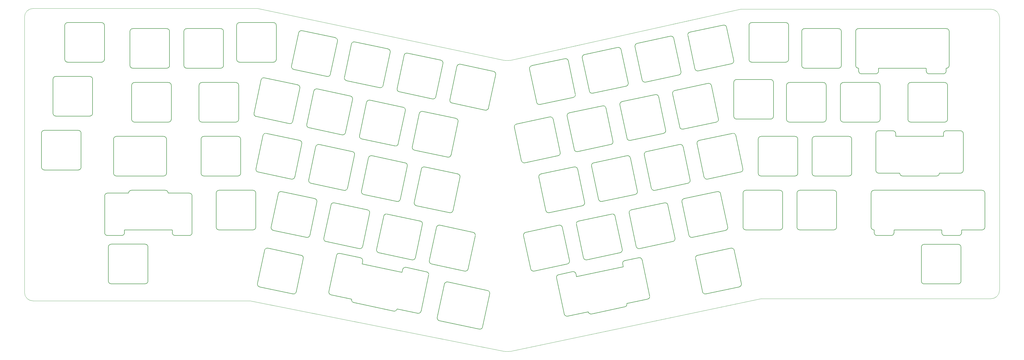
<source format=gbr>
%TF.GenerationSoftware,KiCad,Pcbnew,(5.1.9)-1*%
%TF.CreationDate,2021-04-17T11:21:21+02:00*%
%TF.ProjectId,switchplate,73776974-6368-4706-9c61-74652e6b6963,rev?*%
%TF.SameCoordinates,Original*%
%TF.FileFunction,Profile,NP*%
%FSLAX46Y46*%
G04 Gerber Fmt 4.6, Leading zero omitted, Abs format (unit mm)*
G04 Created by KiCad (PCBNEW (5.1.9)-1) date 2021-04-17 11:21:21*
%MOMM*%
%LPD*%
G01*
G04 APERTURE LIST*
%TA.AperFunction,Profile*%
%ADD10C,0.200000*%
%TD*%
%TA.AperFunction,Profile*%
%ADD11C,0.050000*%
%TD*%
G04 APERTURE END LIST*
D10*
X148922968Y-176389375D02*
X156192989Y-177937372D01*
X152050946Y-161726341D02*
X159303885Y-163273900D01*
X175405199Y-166690442D02*
X182658137Y-168238000D01*
X183428372Y-169424059D02*
X180725521Y-182139978D01*
X160074121Y-164459960D02*
G75*
G03*
X159303885Y-163273900I-978148J207912D01*
G01*
X183428372Y-169424059D02*
G75*
G03*
X182658137Y-168238000I-978147J207912D01*
G01*
X179539461Y-182910214D02*
X172264000Y-181363767D01*
X171077940Y-182134003D02*
X156963256Y-179123286D01*
X160074121Y-164459960D02*
X159893000Y-165455600D01*
X171077940Y-182134003D02*
G75*
G03*
X172264000Y-181363767I207912J978148D01*
G01*
X179539461Y-182910214D02*
G75*
G03*
X180725521Y-182139978I207912J978148D01*
G01*
X188949400Y-172634632D02*
X186454460Y-184372403D01*
X204954867Y-176027996D02*
X202459927Y-187765767D01*
X187224696Y-185558463D02*
X201273867Y-188536003D01*
X190135460Y-171864396D02*
X204184631Y-174841936D01*
X188949400Y-172634632D02*
G75*
G02*
X190135460Y-171864396I978148J-207912D01*
G01*
X202459927Y-187765767D02*
G75*
G02*
X201273867Y-188536003I-978148J207912D01*
G01*
X204184631Y-174841936D02*
G75*
G02*
X204954867Y-176027996I-207912J-978148D01*
G01*
X187224696Y-185558463D02*
G75*
G02*
X186454460Y-184372403I207912J978148D01*
G01*
X174015400Y-168452800D02*
X159893000Y-165455600D01*
X152050946Y-161726341D02*
G75*
G03*
X150864887Y-162496578I-207911J-978148D01*
G01*
X175405199Y-166690442D02*
G75*
G03*
X174219140Y-167460677I-207912J-978147D01*
G01*
X75970964Y-154445500D02*
X75971400Y-153441400D01*
X251939279Y-165475960D02*
X252120400Y-166471600D01*
X291143467Y-93549003D02*
G75*
G02*
X290373231Y-94735063I-978148J-207912D01*
G01*
X192009662Y-146601919D02*
G75*
G02*
X190823603Y-147372156I-978148J207911D01*
G01*
X272854460Y-143591996D02*
G75*
G02*
X273624696Y-142405936I978148J207912D01*
G01*
X180450655Y-150327372D02*
G75*
G02*
X181220890Y-151513431I-207912J-978147D01*
G01*
X204589662Y-110321919D02*
G75*
G02*
X203403603Y-111092156I-978148J207911D01*
G01*
X173375950Y-142641203D02*
G75*
G02*
X172189891Y-143411438I-978147J207912D01*
G01*
X178385831Y-125247215D02*
G75*
G02*
X177615596Y-124061156I207912J978147D01*
G01*
X276535460Y-156100003D02*
G75*
G02*
X275349400Y-155329767I-207912J978148D01*
G01*
X289043467Y-152419003D02*
G75*
G02*
X288273231Y-153605063I-978148J-207912D01*
G01*
X281345460Y-176090003D02*
G75*
G02*
X280159400Y-175319767I-207912J978148D01*
G01*
X269594460Y-105331996D02*
G75*
G02*
X270364696Y-104145936I978148J207912D01*
G01*
X277664460Y-163581996D02*
G75*
G02*
X278434696Y-162395936I978148J207912D01*
G01*
X180110535Y-112323385D02*
G75*
G02*
X181296595Y-111553149I978148J-207912D01*
G01*
X273275460Y-117840003D02*
G75*
G02*
X272089400Y-117069767I-207912J978148D01*
G01*
X287462467Y-81040997D02*
G75*
G02*
X288648527Y-81811233I207912J-978148D01*
G01*
X294403467Y-131809003D02*
G75*
G02*
X293633231Y-132995063I-978148J-207912D01*
G01*
X240935460Y-183150003D02*
G75*
G02*
X239749400Y-182379767I-207912J978148D01*
G01*
X179085831Y-144877215D02*
G75*
G02*
X178315596Y-143691156I207912J978147D01*
G01*
X197359662Y-167211919D02*
G75*
G02*
X196173603Y-167982156I-978148J207911D01*
G01*
X274954460Y-84721997D02*
G75*
G02*
X275724696Y-83535937I978148J207912D01*
G01*
X278635460Y-97230003D02*
G75*
G02*
X277449400Y-96459767I-207912J978148D01*
G01*
X174756825Y-91712668D02*
G75*
G02*
X175942883Y-90942432I978147J-207911D01*
G01*
X187680655Y-93437372D02*
G75*
G02*
X188450890Y-94623431I-207912J-978147D01*
G01*
X185955950Y-106361203D02*
G75*
G02*
X184769891Y-107131438I-978147J207912D01*
G01*
X173032120Y-104636497D02*
G75*
G02*
X172261884Y-103450439I207911J978147D01*
G01*
X278214460Y-122981996D02*
G75*
G02*
X278984696Y-121795936I978148J207912D01*
G01*
X161476825Y-108362668D02*
G75*
G02*
X162662883Y-107592432I978147J-207911D01*
G01*
X174400655Y-110087372D02*
G75*
G02*
X175170890Y-111273431I-207912J-978147D01*
G01*
X180810535Y-131953385D02*
G75*
G02*
X181996595Y-131183149I978148J-207912D01*
G01*
X290172467Y-159900996D02*
G75*
G02*
X291358527Y-160671232I207912J-978148D01*
G01*
X191309662Y-126971919D02*
G75*
G02*
X190123603Y-127742156I-978148J207911D01*
G01*
X191665831Y-108597215D02*
G75*
G02*
X190895596Y-107411156I207912J978147D01*
G01*
X172675950Y-123011203D02*
G75*
G02*
X171489891Y-123781438I-978147J207912D01*
G01*
X159752120Y-121286497D02*
G75*
G02*
X158981884Y-120100439I207911J978147D01*
G01*
X175100655Y-129717372D02*
G75*
G02*
X175870890Y-130903431I-207912J-978147D01*
G01*
X167526825Y-148602668D02*
G75*
G02*
X168712883Y-147832432I978147J-207911D01*
G01*
X193390535Y-95673385D02*
G75*
G02*
X194576595Y-94903149I978148J-207912D01*
G01*
X290722467Y-119300996D02*
G75*
G02*
X291908527Y-120071232I207912J-978148D01*
G01*
X193034367Y-114048090D02*
G75*
G02*
X193804602Y-115234149I-207912J-978147D01*
G01*
X199084367Y-154288090D02*
G75*
G02*
X199854602Y-155474149I-207912J-978147D01*
G01*
X285783467Y-114159003D02*
G75*
G02*
X285013231Y-115345063I-978148J-207912D01*
G01*
X206314367Y-97398090D02*
G75*
G02*
X207084602Y-98584149I-207912J-978147D01*
G01*
X193734367Y-133678090D02*
G75*
G02*
X194504602Y-134864149I-207912J-978147D01*
G01*
X293853467Y-172409003D02*
G75*
G02*
X293083231Y-173595063I-978148J-207912D01*
G01*
X184435831Y-165487215D02*
G75*
G02*
X183665596Y-164301156I207912J978147D01*
G01*
X253443467Y-179469003D02*
G75*
G02*
X252673231Y-180655063I-978148J-207912D01*
G01*
X178725950Y-163251203D02*
G75*
G02*
X177539891Y-164021438I-978147J207912D01*
G01*
X281895460Y-135490003D02*
G75*
G02*
X280709400Y-134719767I-207912J978148D01*
G01*
X160452120Y-140916497D02*
G75*
G02*
X159681884Y-139730439I207911J978147D01*
G01*
X186160535Y-152563385D02*
G75*
G02*
X187346595Y-151793149I978148J-207912D01*
G01*
X256320748Y-88682714D02*
G75*
G02*
X257090984Y-87496654I978148J207912D01*
G01*
X282102467Y-101650996D02*
G75*
G02*
X283288527Y-102421232I207912J-978148D01*
G01*
X162176825Y-127992668D02*
G75*
G02*
X163362883Y-127222432I978147J-207911D01*
G01*
X285362467Y-139910996D02*
G75*
G02*
X286548527Y-140681232I207912J-978148D01*
G01*
X165802120Y-161526497D02*
G75*
G02*
X165031884Y-160340439I207911J978147D01*
G01*
X248516044Y-122080439D02*
G75*
G02*
X247745807Y-123266498I-978148J-207911D01*
G01*
X235242332Y-105431156D02*
G75*
G02*
X234472096Y-106617216I-978148J-207912D01*
G01*
X216953325Y-155474148D02*
G75*
G02*
X217723561Y-154288090I978147J207911D01*
G01*
X236008035Y-125761438D02*
G75*
G02*
X234821977Y-124991202I-207911J978147D01*
G01*
X229882332Y-126041156D02*
G75*
G02*
X229112096Y-127227216I-978148J-207912D01*
G01*
X253876044Y-101470439D02*
G75*
G02*
X253105807Y-102656498I-978148J-207911D01*
G01*
X232327037Y-113253431D02*
G75*
G02*
X233097272Y-112067372I978147J207912D01*
G01*
X222734325Y-109112156D02*
G75*
G02*
X221548265Y-108341920I-207912J978148D01*
G01*
X229461332Y-151793150D02*
G75*
G02*
X230647391Y-152563385I207912J-978147D01*
G01*
X235587037Y-151513431D02*
G75*
G02*
X236357272Y-150327372I978147J207912D01*
G01*
X219053325Y-96604148D02*
G75*
G02*
X219823561Y-95418090I978147J207911D01*
G01*
X217374325Y-129722156D02*
G75*
G02*
X216188265Y-128951920I-207912J978148D01*
G01*
X263261748Y-139450720D02*
G75*
G02*
X262075689Y-138680485I-207912J978147D01*
G01*
X237687037Y-92643431D02*
G75*
G02*
X238457272Y-91457372I978147J207912D01*
G01*
X244835043Y-109572431D02*
G75*
G02*
X246021103Y-110342667I207912J-978148D01*
G01*
X240947037Y-130903431D02*
G75*
G02*
X241717272Y-129717372I978147J207912D01*
G01*
X244628035Y-143411438D02*
G75*
G02*
X243441977Y-142641202I-207911J978147D01*
G01*
X238502332Y-143691156D02*
G75*
G02*
X237732096Y-144877216I-978148J-207912D01*
G01*
X253455043Y-127222431D02*
G75*
G02*
X254641103Y-127992667I207912J-978148D01*
G01*
X248095043Y-147832431D02*
G75*
G02*
X249281103Y-148602667I207912J-978148D01*
G01*
X222313325Y-134864148D02*
G75*
G02*
X223083561Y-133678090I978147J207911D01*
G01*
X220634325Y-167982156D02*
G75*
G02*
X219448265Y-167211920I-207912J978148D01*
G01*
X234821332Y-131183150D02*
G75*
G02*
X236007391Y-131953385I207912J-978147D01*
G01*
X270409754Y-156379721D02*
G75*
G02*
X269639519Y-157565780I-978147J-207912D01*
G01*
X257136044Y-139730439D02*
G75*
G02*
X256365807Y-140916498I-978148J-207911D01*
G01*
X257901748Y-160060720D02*
G75*
G02*
X256715689Y-159290485I-207912J978147D01*
G01*
X268828756Y-85001714D02*
G75*
G02*
X270014815Y-85771951I207911J-978148D01*
G01*
X272509754Y-97509721D02*
G75*
G02*
X271739519Y-98695780I-978147J-207912D01*
G01*
X260001748Y-101190720D02*
G75*
G02*
X258815689Y-100420485I-207912J978147D01*
G01*
X250960748Y-109292714D02*
G75*
G02*
X251730984Y-108106654I978148J207912D01*
G01*
X263468756Y-105611713D02*
G75*
G02*
X264654815Y-106381950I207911J-978148D01*
G01*
X267149754Y-118119721D02*
G75*
G02*
X266379519Y-119305780I-978147J-207912D01*
G01*
X231561332Y-92923150D02*
G75*
G02*
X232747391Y-93693385I207912J-978147D01*
G01*
X251776044Y-160340439D02*
G75*
G02*
X251005807Y-161526498I-978148J-207911D01*
G01*
X213693325Y-117214148D02*
G75*
G02*
X214463561Y-116028090I978147J207911D01*
G01*
X254641748Y-121800720D02*
G75*
G02*
X253455689Y-121030485I-207912J978147D01*
G01*
X272088756Y-123261713D02*
G75*
G02*
X273274815Y-124031950I207911J-978148D01*
G01*
X241368035Y-105151438D02*
G75*
G02*
X240181977Y-104381202I-207911J978147D01*
G01*
X225994325Y-147372156D02*
G75*
G02*
X224808265Y-146601920I-207912J978148D01*
G01*
X259580748Y-126942714D02*
G75*
G02*
X260350984Y-125756654I978148J207912D01*
G01*
X254220748Y-147552714D02*
G75*
G02*
X254990984Y-146366654I978148J207912D01*
G01*
X275769754Y-135769721D02*
G75*
G02*
X274999519Y-136955780I-978147J-207912D01*
G01*
X266728756Y-143871713D02*
G75*
G02*
X267914815Y-144641950I207911J-978148D01*
G01*
X226201332Y-113533150D02*
G75*
G02*
X227387391Y-114303385I207912J-978147D01*
G01*
X239268035Y-164021438D02*
G75*
G02*
X238081977Y-163251202I-207911J978147D01*
G01*
X233142332Y-164301156D02*
G75*
G02*
X232372096Y-165487216I-978148J-207912D01*
G01*
X250195043Y-88962431D02*
G75*
G02*
X251381103Y-89732667I207912J-978148D01*
G01*
X91498963Y-101345500D02*
G75*
G02*
X92498963Y-102345500I0J-1000000D01*
G01*
X137133231Y-102165936D02*
G75*
G02*
X137903467Y-103351996I-207912J-978148D01*
G01*
X128534696Y-153605063D02*
G75*
G02*
X127764460Y-152419003I207912J978148D01*
G01*
X92498963Y-114345499D02*
G75*
G02*
X91498964Y-115345500I-1000000J-1D01*
G01*
X138373231Y-162395936D02*
G75*
G02*
X139143467Y-163581996I-207912J-978148D01*
G01*
X89811464Y-120395500D02*
G75*
G02*
X90811464Y-121395500I0J-1000000D01*
G01*
X73112465Y-134395500D02*
G75*
G02*
X72112463Y-133395500I-1J1000001D01*
G01*
X135408527Y-115089767D02*
G75*
G02*
X134222467Y-115860003I-978148J207912D01*
G01*
X124909400Y-120071232D02*
G75*
G02*
X126095460Y-119300996I978148J-207912D01*
G01*
X104008963Y-134395500D02*
G75*
G02*
X103008963Y-133395500I0J1000000D01*
G01*
X135764696Y-96715063D02*
G75*
G02*
X134994460Y-95529003I207912J978148D01*
G01*
X136648527Y-175319767D02*
G75*
G02*
X135462467Y-176090003I-978148J207912D01*
G01*
X115308962Y-101345499D02*
G75*
G02*
X116308964Y-102345499I1J-1000001D01*
G01*
X169046942Y-89476654D02*
G75*
G02*
X169817179Y-90662713I-207911J-978148D01*
G01*
X103308963Y-115345500D02*
G75*
G02*
X102308963Y-114345500I0J1000000D01*
G01*
X78498963Y-102345499D02*
G75*
G02*
X79498963Y-101345499I1000000J0D01*
G01*
X79498963Y-115345500D02*
G75*
G02*
X78498963Y-114345500I0J1000000D01*
G01*
X154398408Y-100675781D02*
G75*
G02*
X153628172Y-99489721I207912J978148D01*
G01*
X141818408Y-136955781D02*
G75*
G02*
X141048172Y-135769721I207912J978148D01*
G01*
X156123114Y-87751949D02*
G75*
G02*
X157309172Y-86981715I978146J-207912D01*
G01*
X167322239Y-102400485D02*
G75*
G02*
X166136179Y-103170721I-978148J207912D01*
G01*
X147168408Y-157565781D02*
G75*
G02*
X146398172Y-156379721I207912J978148D01*
G01*
X117008963Y-133395499D02*
G75*
G02*
X116008964Y-134395500I-1000000J-1D01*
G01*
X143183231Y-142405936D02*
G75*
G02*
X143953467Y-143591996I-207912J-978148D01*
G01*
X123184696Y-132995063D02*
G75*
G02*
X122414460Y-131809003I207912J978148D01*
G01*
X156466942Y-125756654D02*
G75*
G02*
X157237179Y-126942713I-207911J-978148D01*
G01*
X154042239Y-119050485D02*
G75*
G02*
X152856179Y-119820721I-978148J207912D01*
G01*
X103008963Y-121395500D02*
G75*
G02*
X104008963Y-120395500I1000000J0D01*
G01*
X137489400Y-83791233D02*
G75*
G02*
X138675460Y-83020997I978148J-207912D01*
G01*
X123724696Y-173595063D02*
G75*
G02*
X122954460Y-172409003I207912J978148D01*
G01*
X136108527Y-134719767D02*
G75*
G02*
X134922467Y-135490003I-978148J207912D01*
G01*
X130259400Y-140681232D02*
G75*
G02*
X131445460Y-139910996I978148J-207912D01*
G01*
X148893113Y-144641949D02*
G75*
G02*
X150079172Y-143871714I978147J-207912D01*
G01*
X160092239Y-159290485D02*
G75*
G02*
X158906179Y-160060721I-978148J207912D01*
G01*
X116588964Y-94155500D02*
G75*
G02*
X115588964Y-93155500I0J1000000D01*
G01*
X116008963Y-120395500D02*
G75*
G02*
X117008964Y-121395499I1J-1000000D01*
G01*
X116308963Y-114345499D02*
G75*
G02*
X115308964Y-115345500I-1000000J-1D01*
G01*
X143543113Y-124031949D02*
G75*
G02*
X144729172Y-123261714I978147J-207912D01*
G01*
X77898963Y-83295500D02*
G75*
G02*
X78898963Y-82295500I1000000J0D01*
G01*
X97948963Y-96295500D02*
G75*
G02*
X96948963Y-95295500I0J1000000D01*
G01*
X90898964Y-82295500D02*
G75*
G02*
X91898964Y-83295500I0J-1000000D01*
G01*
X91898964Y-95295500D02*
G75*
G02*
X90898964Y-96295500I-1000000J0D01*
G01*
X102308962Y-102345500D02*
G75*
G02*
X103308963Y-101345499I1000001J0D01*
G01*
X110948964Y-95295500D02*
G75*
G02*
X109948964Y-96295500I-1000000J0D01*
G01*
X154742239Y-138680485D02*
G75*
G02*
X153556179Y-139450721I-978148J207912D01*
G01*
X124209400Y-100441232D02*
G75*
G02*
X125395460Y-99670996I978148J-207912D01*
G01*
X150413231Y-85515937D02*
G75*
G02*
X151183467Y-86701997I-207912J-978148D01*
G01*
X141118408Y-117325781D02*
G75*
G02*
X140348172Y-116139721I207912J978148D01*
G01*
X122484696Y-113365063D02*
G75*
G02*
X121714460Y-112179003I207912J978148D01*
G01*
X78898963Y-96295500D02*
G75*
G02*
X77898963Y-95295500I0J1000000D01*
G01*
X96948963Y-83295500D02*
G75*
G02*
X97948963Y-82295500I1000000J0D01*
G01*
X90811465Y-133395499D02*
G75*
G02*
X89811464Y-134395500I-1000001J0D01*
G01*
X141458527Y-155329767D02*
G75*
G02*
X140272467Y-156100003I-978148J207912D01*
G01*
X142843113Y-104401949D02*
G75*
G02*
X144029172Y-103631714I978147J-207912D01*
G01*
X161816942Y-146366654D02*
G75*
G02*
X162587179Y-147552713I-207911J-978148D01*
G01*
X115588964Y-81155500D02*
G75*
G02*
X116588964Y-80155500I1000000J0D01*
G01*
X109948964Y-82295500D02*
G75*
G02*
X110948964Y-83295500I0J-1000000D01*
G01*
X128588963Y-80155501D02*
G75*
G02*
X129588964Y-81155500I1J-1000000D01*
G01*
X155766942Y-106126654D02*
G75*
G02*
X156537179Y-107312713I-207911J-978148D01*
G01*
X129588964Y-93155500D02*
G75*
G02*
X128588964Y-94155500I-1000000J0D01*
G01*
X125449400Y-160671232D02*
G75*
G02*
X126635460Y-159900996I978148J-207912D01*
G01*
X148688527Y-98439767D02*
G75*
G02*
X147502467Y-99210003I-978148J207912D01*
G01*
X137833231Y-121795936D02*
G75*
G02*
X138603467Y-122981996I-207912J-978148D01*
G01*
X72112464Y-121395500D02*
G75*
G02*
X73112464Y-120395500I1000000J0D01*
G01*
X257600254Y-163250341D02*
G75*
G02*
X258786313Y-164020578I207911J-978148D01*
G01*
X336315964Y-98295500D02*
G75*
G02*
X335315964Y-97295500I0J1000000D01*
G01*
X232473939Y-183926214D02*
G75*
G02*
X231287879Y-183155978I-207912J978148D01*
G01*
X156963256Y-179123287D02*
G75*
G02*
X156192989Y-177937372I207911J978148D01*
G01*
X372246963Y-132395499D02*
G75*
G02*
X371246963Y-133395499I-1000000J0D01*
G01*
X360191964Y-98295500D02*
G75*
G02*
X359191964Y-97295500I0J1000000D01*
G01*
X251939279Y-165475960D02*
G75*
G02*
X252709515Y-164289900I978148J207912D01*
G01*
X335228965Y-96295500D02*
G75*
G02*
X334228963Y-95295500I-1J1000001D01*
G01*
X367278964Y-95295500D02*
G75*
G02*
X366278964Y-96295500I-1000000J0D01*
G01*
X342370963Y-133395499D02*
G75*
G02*
X341370963Y-132395499I0J1000000D01*
G01*
X261489165Y-176736496D02*
G75*
G02*
X260718929Y-177922556I-978148J-207912D01*
G01*
X371246963Y-118395499D02*
G75*
G02*
X372246963Y-119395499I0J-1000000D01*
G01*
X234246001Y-168214442D02*
G75*
G02*
X235432060Y-168984677I207912J-978147D01*
G01*
X365246963Y-119395499D02*
G75*
G02*
X366246963Y-118395499I1000000J0D01*
G01*
X228585028Y-170440059D02*
G75*
G02*
X229355263Y-169254000I978147J207912D01*
G01*
X366278964Y-82295500D02*
G75*
G02*
X367278964Y-83295500I0J-1000000D01*
G01*
X347370963Y-118395499D02*
G75*
G02*
X348370963Y-119395499I0J-1000000D01*
G01*
X342315964Y-97295500D02*
G75*
G02*
X341315964Y-98295500I-1000000J0D01*
G01*
X366191964Y-97295500D02*
G75*
G02*
X365191964Y-98295500I-1000000J0D01*
G01*
X334228963Y-83295501D02*
G75*
G02*
X335228964Y-82295500I1000001J0D01*
G01*
X341370963Y-119395499D02*
G75*
G02*
X342370963Y-118395499I1000000J0D01*
G01*
X148922968Y-176389375D02*
G75*
G02*
X148152732Y-175203315I207912J978148D01*
G01*
X379887715Y-152445499D02*
G75*
G02*
X378887714Y-153445500I-1000001J0D01*
G01*
X365656964Y-155445500D02*
G75*
G02*
X364656964Y-154445500I0J1000000D01*
G01*
X59648963Y-118255499D02*
G75*
G02*
X60648964Y-119255500I0J-1000001D01*
G01*
X99846964Y-154445500D02*
G75*
G02*
X98846964Y-155445500I-1000000J0D01*
G01*
X339693964Y-140445499D02*
G75*
G02*
X340693964Y-139445499I1000000J0D01*
G01*
X93846964Y-155445500D02*
G75*
G02*
X92846964Y-154445500I0J1000000D01*
G01*
X60648964Y-131255498D02*
G75*
G02*
X59648964Y-132255500I-1000001J-1D01*
G01*
X75970964Y-154445500D02*
G75*
G02*
X74970964Y-155445500I-1000000J0D01*
G01*
X378887714Y-139445500D02*
G75*
G02*
X379887714Y-140445500I0J-1000000D01*
G01*
X69970964Y-155445500D02*
G75*
G02*
X68970964Y-154445500I0J1000000D01*
G01*
X341780964Y-155445500D02*
G75*
G02*
X340780964Y-154445500I0J1000000D01*
G01*
X347780964Y-154445500D02*
G75*
G02*
X346780964Y-155445500I-1000000J0D01*
G01*
X90408964Y-139445499D02*
G75*
G02*
X91408964Y-140445499I0J-1000000D01*
G01*
X68970964Y-141445500D02*
G75*
G02*
X69970964Y-140445500I1000000J0D01*
G01*
X98846964Y-140445500D02*
G75*
G02*
X99846964Y-141445500I0J-1000000D01*
G01*
X46648964Y-119255499D02*
G75*
G02*
X47648964Y-118255499I1000000J0D01*
G01*
X340693964Y-153445500D02*
G75*
G02*
X339693964Y-152445500I0J1000000D01*
G01*
X47648966Y-132255500D02*
G75*
G02*
X46648964Y-131255500I-1J1000001D01*
G01*
X371656964Y-154445500D02*
G75*
G02*
X370656964Y-155445500I-1000000J0D01*
G01*
X77408964Y-140445498D02*
G75*
G02*
X78408964Y-139445500I999999J-1D01*
G01*
X50718965Y-100205500D02*
G75*
G02*
X51718965Y-99205500I1000000J0D01*
G01*
X67878964Y-80155501D02*
G75*
G02*
X68878964Y-81155501I0J-1000000D01*
G01*
X305188964Y-113285500D02*
G75*
G02*
X304188964Y-114285500I-1000000J0D01*
G01*
X63718963Y-99205500D02*
G75*
G02*
X64718963Y-100205500I0J-1000000D01*
G01*
X64718964Y-112205500D02*
G75*
G02*
X63718964Y-113205500I-1000000J0D01*
G01*
X84268964Y-171495498D02*
G75*
G02*
X83268964Y-172495500I-1000001J-1D01*
G01*
X327498964Y-152445500D02*
G75*
G02*
X326498964Y-153445500I-1000000J0D01*
G01*
X342868965Y-114345499D02*
G75*
G02*
X341868964Y-115345500I-1000001J0D01*
G01*
X350808965Y-134395499D02*
G75*
G02*
X349808964Y-133395500I-1J1000000D01*
G01*
X366688964Y-114345500D02*
G75*
G02*
X365688964Y-115345500I-1000000J0D01*
G01*
X308448965Y-152445499D02*
G75*
G02*
X307448964Y-153445500I-1000001J0D01*
G01*
X371444565Y-171543499D02*
G75*
G02*
X370444564Y-172543500I-1000001J0D01*
G01*
X299808964Y-121395500D02*
G75*
G02*
X300808964Y-120395500I1000000J0D01*
G01*
X304188964Y-100285500D02*
G75*
G02*
X305188964Y-101285500I0J-1000000D01*
G01*
X313498963Y-140445500D02*
G75*
G02*
X314498964Y-139445499I1000001J0D01*
G01*
X294448963Y-140445501D02*
G75*
G02*
X295448963Y-139445499I1000001J1D01*
G01*
X109358964Y-153445501D02*
G75*
G02*
X108358963Y-152445500I0J1000001D01*
G01*
X314498965Y-153445499D02*
G75*
G02*
X313498964Y-152445500I-1J1000000D01*
G01*
X51718964Y-113205499D02*
G75*
G02*
X50718965Y-112205500I0J999999D01*
G01*
X331858963Y-120395500D02*
G75*
G02*
X332858964Y-121395499I1J-1000000D01*
G01*
X309818964Y-102345499D02*
G75*
G02*
X310818964Y-101345499I1000000J0D01*
G01*
X365688964Y-101345499D02*
G75*
G02*
X366688964Y-102345499I0J-1000000D01*
G01*
X326498964Y-139445499D02*
G75*
G02*
X327498964Y-140445499I0J-1000000D01*
G01*
X68878964Y-93155500D02*
G75*
G02*
X67878964Y-94155500I-1000000J0D01*
G01*
X370444564Y-158543500D02*
G75*
G02*
X371444564Y-159543500I0J-1000000D01*
G01*
X318858962Y-121395500D02*
G75*
G02*
X319858963Y-120395499I1000001J0D01*
G01*
X108358963Y-140445500D02*
G75*
G02*
X109358963Y-139445500I1000000J0D01*
G01*
X316178964Y-96295499D02*
G75*
G02*
X315178963Y-95295500I-1J1000000D01*
G01*
X310548965Y-93155499D02*
G75*
G02*
X309548964Y-94155500I-1000001J0D01*
G01*
X332858965Y-133395499D02*
G75*
G02*
X331858964Y-134395500I-1000001J0D01*
G01*
X121358964Y-139445499D02*
G75*
G02*
X122358964Y-140445499I0J-1000000D01*
G01*
X312808963Y-120395500D02*
G75*
G02*
X313808964Y-121395499I1J-1000000D01*
G01*
X341868963Y-101345500D02*
G75*
G02*
X342868964Y-102345499I1J-1000000D01*
G01*
X313808965Y-133395499D02*
G75*
G02*
X312808964Y-134395500I-1000001J0D01*
G01*
X292188965Y-114285500D02*
G75*
G02*
X291188963Y-113285500I-1J1000001D01*
G01*
X315178962Y-83295501D02*
G75*
G02*
X316178963Y-82295500I1000001J0D01*
G01*
X329868964Y-115345500D02*
G75*
G02*
X328868964Y-114345500I0J1000000D01*
G01*
X353688965Y-115345500D02*
G75*
G02*
X352688963Y-114345500I-1J1000001D01*
G01*
X54878964Y-81155501D02*
G75*
G02*
X55878964Y-80155501I1000000J0D01*
G01*
X55878964Y-94155500D02*
G75*
G02*
X54878964Y-93155500I0J1000000D01*
G01*
X357444563Y-159543500D02*
G75*
G02*
X358444564Y-158543499I1000001J0D01*
G01*
X71268965Y-172495500D02*
G75*
G02*
X70268963Y-171495500I-1J1000001D01*
G01*
X307448964Y-139445500D02*
G75*
G02*
X308448964Y-140445500I0J-1000000D01*
G01*
X328178964Y-82295500D02*
G75*
G02*
X329178964Y-83295500I0J-1000000D01*
G01*
X358444565Y-172543500D02*
G75*
G02*
X357444563Y-171543500I-1J1000001D01*
G01*
X363808964Y-133395500D02*
G75*
G02*
X362808964Y-134395500I-1000000J0D01*
G01*
X295448965Y-153445500D02*
G75*
G02*
X294448963Y-152445500I-1J1000001D01*
G01*
X322818963Y-101345500D02*
G75*
G02*
X323818964Y-102345499I1J-1000000D01*
G01*
X310818964Y-115345500D02*
G75*
G02*
X309818964Y-114345500I0J1000000D01*
G01*
X300808964Y-134395500D02*
G75*
G02*
X299808964Y-133395500I0J1000000D01*
G01*
X297548965Y-94155499D02*
G75*
G02*
X296548964Y-93155500I-1J1000000D01*
G01*
X328868964Y-102345499D02*
G75*
G02*
X329868964Y-101345499I1000000J0D01*
G01*
X352688963Y-102345500D02*
G75*
G02*
X353688964Y-101345499I1000001J0D01*
G01*
X122358963Y-152445499D02*
G75*
G02*
X121358964Y-153445500I-1000000J-1D01*
G01*
X291188963Y-101285501D02*
G75*
G02*
X292188963Y-100285499I1000001J1D01*
G01*
X296548963Y-81155501D02*
G75*
G02*
X297548964Y-80155500I1000001J0D01*
G01*
X309548963Y-80155501D02*
G75*
G02*
X310548964Y-81155500I1J-1000000D01*
G01*
X323818965Y-114345499D02*
G75*
G02*
X322818964Y-115345500I-1000001J0D01*
G01*
X329178964Y-95295501D02*
G75*
G02*
X328178963Y-96295500I-1000000J1D01*
G01*
X70268964Y-159495499D02*
G75*
G02*
X71268963Y-158495500I999999J0D01*
G01*
X319858964Y-134395499D02*
G75*
G02*
X318858963Y-133395500I-1J1000000D01*
G01*
X83268964Y-158495500D02*
G75*
G02*
X84268964Y-159495500I0J-1000000D01*
G01*
X336315964Y-98295500D02*
X341315964Y-98295500D01*
X257600253Y-163250342D02*
X252709515Y-164289900D01*
X360191964Y-98295500D02*
X365191964Y-98295500D01*
X335315964Y-96295500D02*
X335315964Y-97295500D01*
X366191964Y-97295500D02*
X366191964Y-96295500D01*
X234246001Y-168214441D02*
X229355263Y-169254000D01*
X92837000Y-153441400D02*
X92846964Y-154445500D01*
X77408964Y-140445498D02*
X69970964Y-140445500D01*
X69970964Y-155445500D02*
X74970964Y-155445500D01*
X342315964Y-97295500D02*
X342315964Y-96295500D01*
X335228964Y-96295500D02*
X335315964Y-96295500D01*
X334228964Y-83295500D02*
X334228964Y-95295500D01*
X335228964Y-82295500D02*
X366278964Y-82295500D01*
X367278964Y-83295500D02*
X367278964Y-95295500D01*
X228585027Y-170440059D02*
X231287879Y-183155978D01*
X366191964Y-96295500D02*
X366278964Y-96295500D01*
X348386400Y-120395500D02*
X348370963Y-119395499D01*
X253443467Y-179469003D02*
X260718929Y-177922556D01*
X93846964Y-155445500D02*
X98846964Y-155445500D01*
X342370963Y-133395499D02*
X349808964Y-133395500D01*
X235635800Y-169976800D02*
X235432060Y-168984677D01*
X341370963Y-119395499D02*
X341370963Y-132395499D01*
X261489165Y-176736497D02*
X258786313Y-164020578D01*
X347370963Y-118395499D02*
X342370963Y-118395499D01*
X68970964Y-141445500D02*
X68970964Y-154445500D01*
X232473939Y-183926214D02*
X239749400Y-182379767D01*
X340693964Y-139445500D02*
X362218964Y-139445500D01*
X364655100Y-153445500D02*
X364656964Y-154445500D01*
X64718964Y-100205500D02*
X64718964Y-112205500D01*
X46648964Y-119255500D02*
X46648964Y-131255500D01*
X340780964Y-153445500D02*
X340780964Y-154445500D01*
X340693964Y-153445500D02*
X340780964Y-153445500D01*
X47648964Y-118255500D02*
X59648964Y-118255500D01*
X51718965Y-113205500D02*
X63718963Y-113205500D01*
X371656964Y-154445500D02*
X371656964Y-153445500D01*
X78408964Y-139445500D02*
X90408963Y-139445500D01*
X54878964Y-81155501D02*
X54878964Y-93155500D01*
X347780964Y-153445500D02*
X364655100Y-153445500D01*
X84268964Y-159495500D02*
X84268964Y-171495500D01*
X371444564Y-159543500D02*
X371444564Y-171543500D01*
X341780964Y-155445500D02*
X346780964Y-155445500D01*
X55878964Y-94155500D02*
X67878964Y-94155500D01*
X71268964Y-158495500D02*
X83268964Y-158495500D01*
X68878964Y-81155501D02*
X68878964Y-93155500D01*
X313498964Y-140445500D02*
X313498964Y-152445500D01*
X314498964Y-139445500D02*
X326498964Y-139445500D01*
X347780964Y-154445500D02*
X347780964Y-153445500D01*
X362218964Y-139445500D02*
X378887714Y-139445500D01*
X55878964Y-80155501D02*
X67878964Y-80155501D01*
X75971400Y-153441400D02*
X92837000Y-153441400D01*
X379887714Y-140445500D02*
X379887714Y-152445500D01*
X314498964Y-153445500D02*
X326498964Y-153445500D01*
X365656964Y-155445500D02*
X370656964Y-155445500D01*
X60648964Y-119255500D02*
X60648964Y-131255500D01*
X51718965Y-99205500D02*
X63718963Y-99205500D01*
X358444564Y-158543500D02*
X370444564Y-158543500D01*
X327498964Y-140445500D02*
X327498964Y-152445500D01*
X71268964Y-172495500D02*
X83268964Y-172495500D01*
X98846964Y-140445500D02*
X91408964Y-140445499D01*
X99846964Y-154445500D02*
X99846964Y-141445500D01*
X70268964Y-159495500D02*
X70268964Y-171495500D01*
X371656964Y-153445500D02*
X378887714Y-153445500D01*
X47648964Y-132255500D02*
X59648964Y-132255500D01*
X50718964Y-100205500D02*
X50718965Y-112205500D01*
X339693964Y-140445500D02*
X339693964Y-152445500D01*
X109358963Y-139445500D02*
X121358964Y-139445500D01*
X78898963Y-96295500D02*
X90898964Y-96295500D01*
X295448963Y-139445499D02*
X307448964Y-139445500D01*
X305188964Y-101285500D02*
X305188964Y-113285500D01*
X319858963Y-134395500D02*
X331858964Y-134395500D01*
X308448964Y-140445500D02*
X308448965Y-152445499D01*
X310818964Y-101345499D02*
X322818964Y-101345499D01*
X316178963Y-96295500D02*
X328178964Y-96295500D01*
X295448965Y-153445500D02*
X307448964Y-153445500D01*
X329868964Y-115345500D02*
X341868964Y-115345500D01*
X310548963Y-81155500D02*
X310548963Y-93155500D01*
X296548964Y-81155500D02*
X296548964Y-93155500D01*
X78898963Y-82295500D02*
X90898964Y-82295500D01*
X366688964Y-102345500D02*
X366688964Y-114345500D01*
X316178963Y-82295501D02*
X328178964Y-82295501D01*
X297548964Y-94155500D02*
X309548964Y-94155500D01*
X122358964Y-140445500D02*
X122358964Y-152445500D01*
X319858963Y-120395500D02*
X331858964Y-120395500D01*
X109358963Y-153445500D02*
X121358964Y-153445500D01*
X358444564Y-172543500D02*
X370444564Y-172543500D01*
X292188965Y-114285500D02*
X304188964Y-114285500D01*
X348386400Y-120395500D02*
X365252000Y-120395500D01*
X292188963Y-100285499D02*
X304188964Y-100285500D01*
X342868964Y-102345500D02*
X342868964Y-114345500D01*
X357444564Y-159543500D02*
X357444564Y-171543500D01*
X332858964Y-121395500D02*
X332858964Y-133395500D01*
X318858963Y-121395500D02*
X318858963Y-133395500D01*
X294448963Y-140445501D02*
X294448963Y-152445500D01*
X328868964Y-102345500D02*
X328868964Y-114345500D01*
X108358963Y-140445500D02*
X108358963Y-152445500D01*
X310818964Y-115345500D02*
X322818964Y-115345500D01*
X352688964Y-102345500D02*
X352688964Y-114345500D01*
X300808964Y-134395500D02*
X312808964Y-134395500D01*
X297548964Y-80155500D02*
X309548964Y-80155500D01*
X291188963Y-101285501D02*
X291188963Y-113285500D01*
X299808964Y-121395500D02*
X299808964Y-133395500D01*
X300808964Y-120395500D02*
X312808964Y-120395500D01*
X329178964Y-83295501D02*
X329178964Y-95295500D01*
X350808964Y-134395500D02*
X362808964Y-134395500D01*
X323818964Y-102345500D02*
X323818964Y-114345500D01*
X91898964Y-83295500D02*
X91898964Y-95295500D01*
X309818964Y-102345500D02*
X309818964Y-114345500D01*
X353688964Y-115345500D02*
X365688964Y-115345500D01*
X315178963Y-83295501D02*
X315178963Y-95295500D01*
X313808964Y-121395500D02*
X313808964Y-133395500D01*
X329868964Y-101345499D02*
X341868964Y-101345499D01*
X353688964Y-101345499D02*
X365688964Y-101345499D01*
X97948963Y-96295500D02*
X109948964Y-96295500D01*
X129588964Y-81155500D02*
X129588964Y-93155500D01*
X115588964Y-81155500D02*
X115588964Y-93155500D01*
X124909400Y-120071232D02*
X122414460Y-131809003D01*
X128534696Y-153605063D02*
X140272467Y-156100003D01*
X78498963Y-102345500D02*
X78498963Y-114345500D01*
X123724696Y-173595063D02*
X135462467Y-176090003D01*
X116308964Y-102345500D02*
X116308964Y-114345500D01*
X90811464Y-121395500D02*
X90811464Y-133395500D01*
X73112465Y-134395500D02*
X89811464Y-134395500D01*
X125449400Y-160671232D02*
X122954460Y-172409003D01*
X104008963Y-120395500D02*
X116008964Y-120395500D01*
X104008963Y-134395500D02*
X116008964Y-134395500D01*
X139143467Y-163581996D02*
X136648527Y-175319767D01*
X77898963Y-83295500D02*
X77898963Y-95295500D01*
X97948963Y-82295500D02*
X109948964Y-82295500D01*
X102308963Y-102345500D02*
X102308963Y-114345500D01*
X125395460Y-99670996D02*
X137133231Y-102165936D01*
X92498963Y-102345500D02*
X92498963Y-114345500D01*
X124209400Y-100441232D02*
X121714460Y-112179003D01*
X110948964Y-83295500D02*
X110948964Y-95295500D01*
X96948963Y-83295500D02*
X96948963Y-95295500D01*
X79498963Y-101345499D02*
X91498963Y-101345499D01*
X137489400Y-83791233D02*
X134994460Y-95529003D01*
X137903467Y-103351996D02*
X135408527Y-115089767D01*
X157309172Y-86981715D02*
X169046943Y-89476654D01*
X126635460Y-159900996D02*
X138373231Y-162395936D01*
X116588964Y-80155500D02*
X128588964Y-80155500D01*
X103008963Y-121395500D02*
X103008963Y-133395500D01*
X151183467Y-86701997D02*
X148688527Y-98439767D01*
X138675460Y-83020997D02*
X150413231Y-85515937D01*
X122484696Y-113365063D02*
X134222467Y-115860003D01*
X72112464Y-121395500D02*
X72112464Y-133395500D01*
X116588964Y-94155500D02*
X128588964Y-94155500D01*
X138603467Y-122981996D02*
X136108527Y-134719767D01*
X103308963Y-101345499D02*
X115308963Y-101345499D01*
X143953467Y-143591996D02*
X141458527Y-155329767D01*
X123184696Y-132995063D02*
X134922467Y-135490003D01*
X103308963Y-115345500D02*
X115308963Y-115345500D01*
X73112464Y-120395500D02*
X89811464Y-120395500D01*
X79498963Y-115345500D02*
X91498963Y-115345500D01*
X135764696Y-96715063D02*
X147502467Y-99210003D01*
X130259400Y-140681232D02*
X127764460Y-152419003D01*
X117008964Y-121395500D02*
X117008964Y-133395500D01*
X131445460Y-139910996D02*
X143183231Y-142405936D01*
X126095460Y-119300996D02*
X137833231Y-121795936D01*
X281345460Y-176090003D02*
X293083231Y-173595063D01*
X277664460Y-163581996D02*
X280159400Y-175319767D01*
X286548527Y-140681232D02*
X289043467Y-152419003D01*
X278434696Y-162395936D02*
X290172467Y-159900996D01*
X276535460Y-156100003D02*
X288273231Y-153605063D01*
X186160536Y-152563385D02*
X183665596Y-164301156D01*
X291358527Y-160671232D02*
X293853467Y-172409003D01*
X235635800Y-169976800D02*
X252120400Y-166471600D01*
X273624696Y-142405936D02*
X285362467Y-139910996D01*
X283288527Y-102421232D02*
X285783467Y-114159003D01*
X180810536Y-131953385D02*
X178315596Y-143691156D01*
X187346595Y-151793149D02*
X199084366Y-154288090D01*
X273275460Y-117840003D02*
X285013231Y-115345063D01*
X274954460Y-84721997D02*
X277449400Y-96459767D01*
X281895460Y-135490003D02*
X293633231Y-132995063D01*
X278635460Y-97230003D02*
X290373231Y-94735063D01*
X278984696Y-121795936D02*
X290722467Y-119300996D01*
X278214460Y-122981996D02*
X280709400Y-134719767D01*
X275724696Y-83535937D02*
X287462467Y-81040997D01*
X269594460Y-105331996D02*
X272089400Y-117069767D01*
X291908527Y-120071232D02*
X294403467Y-131809003D01*
X194576595Y-94903149D02*
X206314366Y-97398090D01*
X207084602Y-98584149D02*
X204589662Y-110321920D01*
X191665831Y-108597216D02*
X203403603Y-111092156D01*
X193804602Y-115234149D02*
X191309662Y-126971920D01*
X180110536Y-112323385D02*
X177615596Y-124061156D01*
X193390536Y-95673385D02*
X190895596Y-107411156D01*
X181296595Y-111553149D02*
X193034366Y-114048090D01*
X199854602Y-155474149D02*
X197359662Y-167211920D01*
X272854460Y-143591996D02*
X275349400Y-155329767D01*
X288648527Y-81811233D02*
X291143467Y-93549003D01*
X178385831Y-125247216D02*
X190123603Y-127742156D01*
X181996595Y-131183149D02*
X193734366Y-133678090D01*
X194504602Y-134864149D02*
X192009662Y-146601920D01*
X179085831Y-144877216D02*
X190823603Y-147372156D01*
X270364696Y-104145936D02*
X282102467Y-101650996D01*
X184435831Y-165487216D02*
X196173603Y-167982156D01*
X217374324Y-129722156D02*
X229112096Y-127227216D01*
X251381103Y-89732667D02*
X253876043Y-101470439D01*
X225994324Y-147372156D02*
X237732096Y-144877216D01*
X236007391Y-131953385D02*
X238502331Y-143691156D01*
X251730984Y-108106654D02*
X263468755Y-105611714D01*
X259580748Y-126942713D02*
X262075689Y-138680485D01*
X222313325Y-134864149D02*
X224808265Y-146601920D01*
X236008036Y-125761438D02*
X247745807Y-123266498D01*
X257901748Y-160060721D02*
X269639519Y-157565780D01*
X241717272Y-129717372D02*
X253455044Y-127222432D01*
X219823561Y-95418090D02*
X231561332Y-92923149D01*
X223083561Y-133678090D02*
X234821332Y-131183149D01*
X233097272Y-112067372D02*
X244835044Y-109572432D01*
X246021103Y-110342667D02*
X248516043Y-122080439D01*
X232327037Y-113253431D02*
X234821977Y-124991202D01*
X217723561Y-154288090D02*
X229461332Y-151793149D01*
X230647391Y-152563385D02*
X233142331Y-164301156D01*
X239268036Y-164021438D02*
X251005807Y-161526498D01*
X240947037Y-130903431D02*
X243441977Y-142641202D01*
X270014815Y-85771951D02*
X272509755Y-97509721D01*
X214463561Y-116028090D02*
X226201332Y-113533149D01*
X254990984Y-146366654D02*
X266728755Y-143871714D01*
X237687037Y-92643431D02*
X240181977Y-104381202D01*
X267914815Y-144641950D02*
X270409755Y-156379721D01*
X232747391Y-93693385D02*
X235242331Y-105431156D01*
X240935460Y-183150003D02*
X252673231Y-180655063D01*
X249281103Y-148602667D02*
X251776043Y-160340439D01*
X257090984Y-87496654D02*
X268828755Y-85001715D01*
X260001748Y-101190721D02*
X271739519Y-98695780D01*
X264654815Y-106381950D02*
X267149755Y-118119721D01*
X235587037Y-151513431D02*
X238081977Y-163251202D01*
X227387391Y-114303385D02*
X229882331Y-126041156D01*
X216953325Y-155474149D02*
X219448265Y-167211920D01*
X220634324Y-167982156D02*
X232372096Y-165487216D01*
X236357272Y-150327372D02*
X248095044Y-147832432D01*
X260350984Y-125756654D02*
X272088755Y-123261714D01*
X256320748Y-88682713D02*
X258815689Y-100420485D01*
X254641748Y-121800721D02*
X266379519Y-119305780D01*
X254220748Y-147552713D02*
X256715689Y-159290485D01*
X254641103Y-127992667D02*
X257136043Y-139730439D01*
X222734324Y-109112156D02*
X234472096Y-106617216D01*
X250960748Y-109292713D02*
X253455689Y-121030485D01*
X219053325Y-96604149D02*
X221548265Y-108341920D01*
X244628036Y-143411438D02*
X256365807Y-140916498D01*
X213693325Y-117214149D02*
X216188265Y-128951920D01*
X273274815Y-124031950D02*
X275769755Y-135769721D01*
X263261748Y-139450721D02*
X274999519Y-136955780D01*
X241368036Y-105151438D02*
X253105807Y-102656498D01*
X238457272Y-91457372D02*
X250195044Y-88962432D01*
X142843112Y-104401950D02*
X140348172Y-116139721D01*
X175870890Y-130903431D02*
X173375950Y-142641202D01*
X144729172Y-123261714D02*
X156466943Y-125756654D01*
X162587179Y-147552713D02*
X160092238Y-159290485D01*
X168712883Y-147832432D02*
X180450655Y-150327372D01*
X175942883Y-90942432D02*
X187680655Y-93437372D01*
X162176824Y-127992667D02*
X159681884Y-139730439D01*
X181220890Y-151513431D02*
X178725950Y-163251202D01*
X173032120Y-104636498D02*
X184769891Y-107131438D01*
X161476824Y-108362667D02*
X158981884Y-120100439D01*
X143543112Y-124031950D02*
X141048172Y-135769721D01*
X188450890Y-94623431D02*
X185955950Y-106361202D01*
X162662883Y-107592432D02*
X174400655Y-110087372D01*
X169817179Y-90662713D02*
X167322238Y-102400485D01*
X154398408Y-100675780D02*
X166136179Y-103170721D01*
X175170890Y-111273431D02*
X172675950Y-123011202D01*
X156123112Y-87751950D02*
X153628172Y-99489721D01*
X156537179Y-107312713D02*
X154042238Y-119050485D01*
X165802120Y-161526498D02*
X177539891Y-164021438D01*
X141118408Y-117325780D02*
X152856179Y-119820721D01*
X159752120Y-121286498D02*
X171489891Y-123781438D01*
X141818408Y-136955780D02*
X153556179Y-139450721D01*
X148893112Y-144641950D02*
X146398172Y-156379721D01*
X167526824Y-148602667D02*
X165031884Y-160340439D01*
X150079172Y-143871714D02*
X161816943Y-146366654D01*
X144029172Y-103631714D02*
X155766943Y-106126654D01*
X163362883Y-127222432D02*
X175100655Y-129717372D01*
X157237179Y-126942713D02*
X154742238Y-138680485D01*
X147168408Y-157565780D02*
X158906179Y-160060721D01*
X160452120Y-140916498D02*
X172189891Y-143411438D01*
X174756824Y-91712667D02*
X172261884Y-103450439D01*
X150864887Y-162496578D02*
X148152732Y-175203315D01*
X371246963Y-118395499D02*
X366246963Y-118395499D01*
X174219140Y-167460677D02*
X174015400Y-168452800D01*
X365246963Y-119395499D02*
X365252000Y-120395500D01*
X363808964Y-133395500D02*
X371246963Y-133395499D01*
X359191964Y-96295500D02*
X359191964Y-97295500D01*
X342315964Y-96295500D02*
X359191964Y-96295500D01*
X372246963Y-132395499D02*
X372246963Y-119395499D01*
D11*
X212136487Y-93508545D02*
G75*
G02*
X209804000Y-93472000I-1062488J6640544D01*
G01*
X43688000Y-178562000D02*
G75*
G02*
X40640000Y-175514000I0J3048000D01*
G01*
X212136488Y-196378544D02*
G75*
G02*
X209804001Y-196341999I-1062488J6640544D01*
G01*
X385064000Y-174752000D02*
G75*
G02*
X382016000Y-177800000I-3048000J0D01*
G01*
X382016000Y-75438000D02*
G75*
G02*
X385064000Y-78486000I0J-3048000D01*
G01*
X40640000Y-78232000D02*
G75*
G02*
X43688000Y-75184000I3048000J0D01*
G01*
X122936000Y-75184000D02*
X209804000Y-93472000D01*
X43688000Y-75184000D02*
X122936000Y-75184000D01*
X40640000Y-175514000D02*
X40640000Y-78232000D01*
X120396000Y-178562000D02*
X43688000Y-178562000D01*
X209804001Y-196341999D02*
X120396000Y-178562000D01*
X300736000Y-177800000D02*
X212136488Y-196378544D01*
X382016000Y-177800000D02*
X300736000Y-177800000D01*
X385064000Y-78486000D02*
X385064000Y-174752000D01*
X293624000Y-75438000D02*
X382016000Y-75438000D01*
X212136487Y-93508545D02*
X293624000Y-75438000D01*
M02*

</source>
